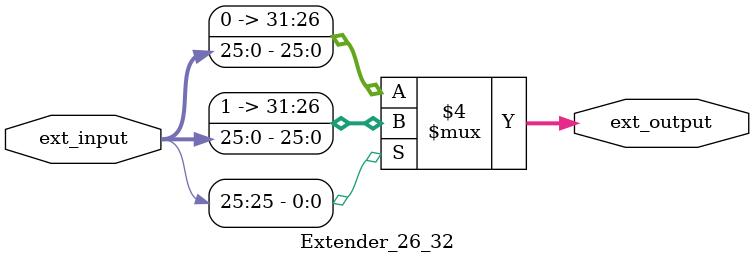
<source format=v>
module Extender_26_32
#(
	parameter INPUT_SIZE = 26, 
	parameter OUTPUT_SIZE = 32
)
(
	input [(INPUT_SIZE-1):0] ext_input,
	output reg [(OUTPUT_SIZE-1):0] ext_output
);

	always @ ( * ) 
	begin		
		if(ext_input[25] == 1'b1)
			ext_output = {{6{1'b1}}, ext_input};
		else
			ext_output = {{6{1'b0}}, ext_input};
	end
	
endmodule 

</source>
